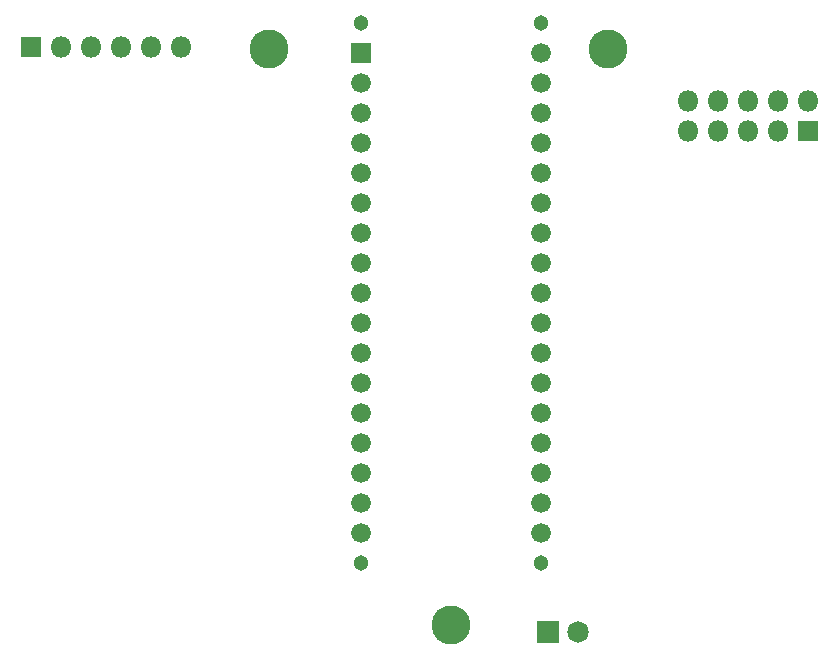
<source format=gbs>
G04 #@! TF.GenerationSoftware,KiCad,Pcbnew,(5.1.4)-1*
G04 #@! TF.CreationDate,2019-11-18T13:36:41+01:00*
G04 #@! TF.ProjectId,LIN bus,4c494e20-6275-4732-9e6b-696361645f70,rev?*
G04 #@! TF.SameCoordinates,Original*
G04 #@! TF.FileFunction,Soldermask,Bot*
G04 #@! TF.FilePolarity,Negative*
%FSLAX46Y46*%
G04 Gerber Fmt 4.6, Leading zero omitted, Abs format (unit mm)*
G04 Created by KiCad (PCBNEW (5.1.4)-1) date 2019-11-18 13:36:41*
%MOMM*%
%LPD*%
G04 APERTURE LIST*
%ADD10C,1.826600*%
%ADD11R,1.826600X1.826600*%
%ADD12O,1.801600X1.801600*%
%ADD13R,1.801600X1.801600*%
%ADD14C,3.301600*%
%ADD15R,1.676400X1.676400*%
%ADD16C,1.676400*%
%ADD17C,1.301600*%
G04 APERTURE END LIST*
D10*
X153162000Y-109728000D03*
D11*
X150622000Y-109728000D03*
D12*
X162433000Y-64770000D03*
X162433000Y-67310000D03*
X164973000Y-64770000D03*
X164973000Y-67310000D03*
X167513000Y-64770000D03*
X167513000Y-67310000D03*
X170053000Y-64770000D03*
X170053000Y-67310000D03*
X172593000Y-64770000D03*
D13*
X172593000Y-67310000D03*
D14*
X155702000Y-60325000D03*
X127000000Y-60325000D03*
X142367000Y-109093000D03*
D13*
X106807000Y-60198000D03*
D12*
X109347000Y-60198000D03*
X111887000Y-60198000D03*
X114427000Y-60198000D03*
X116967000Y-60198000D03*
X119507000Y-60198000D03*
D15*
X134747000Y-60706000D03*
D16*
X134747000Y-63246000D03*
X134747000Y-65786000D03*
X134747000Y-68326000D03*
X134747000Y-70866000D03*
X134747000Y-73406000D03*
X134747000Y-75946000D03*
X134747000Y-78486000D03*
X134747000Y-81026000D03*
X134747000Y-83566000D03*
X134747000Y-86106000D03*
X134747000Y-88646000D03*
X134747000Y-91186000D03*
X134747000Y-93726000D03*
X134747000Y-96266000D03*
X134747000Y-98806000D03*
X134747000Y-101346000D03*
X149987000Y-101346000D03*
X149987000Y-98806000D03*
X149987000Y-96266000D03*
X149987000Y-93726000D03*
X149987000Y-91186000D03*
X149987000Y-88646000D03*
X149987000Y-86106000D03*
X149987000Y-83566000D03*
X149987000Y-81026000D03*
X149987000Y-78486000D03*
X149987000Y-75946000D03*
X149987000Y-73406000D03*
X149987000Y-70866000D03*
X149987000Y-68326000D03*
X149987000Y-65786000D03*
X149987000Y-63246000D03*
X149987000Y-60706000D03*
D17*
X134747000Y-103886000D03*
X149987000Y-103886000D03*
X134747000Y-58166000D03*
X149987000Y-58166000D03*
M02*

</source>
